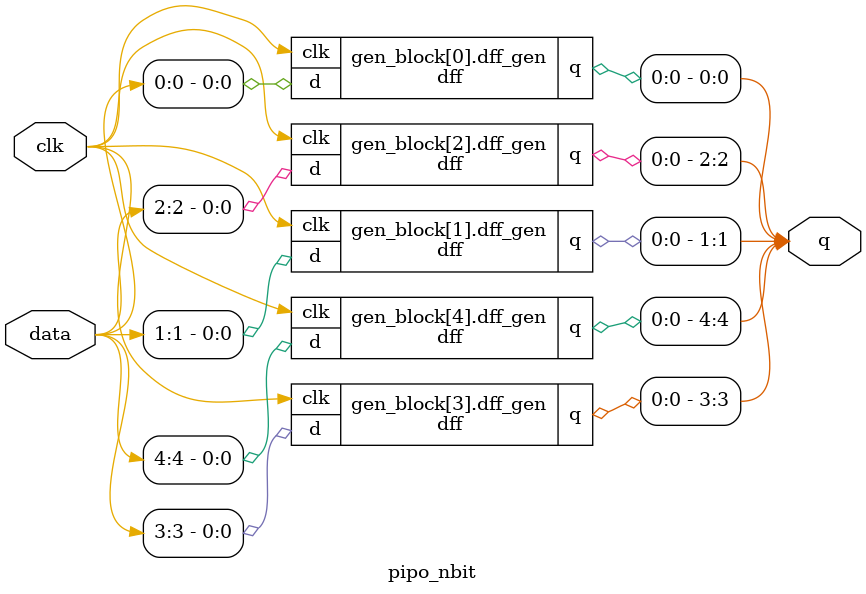
<source format=v>
module dff (input d, input clk, output reg q);
  always @ (posedge clk) begin
    q <= d;
  end
endmodule

module pipo_nbit #(parameter N=5) (input clk, input [N-1:0] data, output [N-1:0] q);
  //genvar Enables loop control in generate blocks, used to create multiple instances of modules like dff, reducing manual duplication
  genvar i;
  //generate: Provides a way to conditionally or repetitively instantiate hardware structures based on parameters like N, facilitating modular and scalable designs.
  generate
    //Verilog requires you to name each block of logic when using a generate block. Each block within a generate loop must be uniquely identifiable
    for (i=0; i<N; i=i+1) begin : gen_block
      dff dff_gen (data[i], clk, q[i]);
    end
  endgenerate
endmodule

</source>
